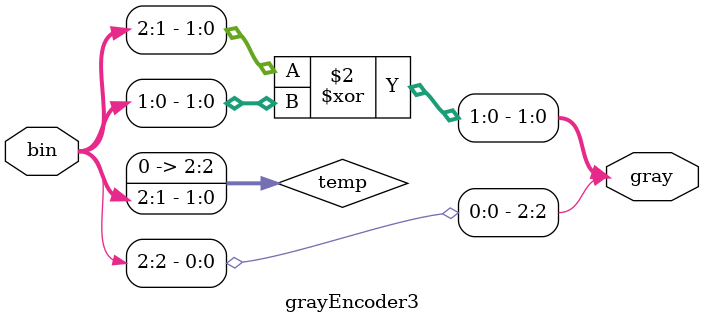
<source format=v>
`timescale 1ns / 1ps
module grayEncoder3(bin, gray);
	input[2:0] bin;
	output[2:0] gray;
	
	wire[2:0] temp;
	wire[2:0] gray;
	
	assign temp = bin >> 1;
	assign gray[2] = bin[2];
	assign gray[1:0] = temp[1:0] ^ bin[1:0];
endmodule

</source>
